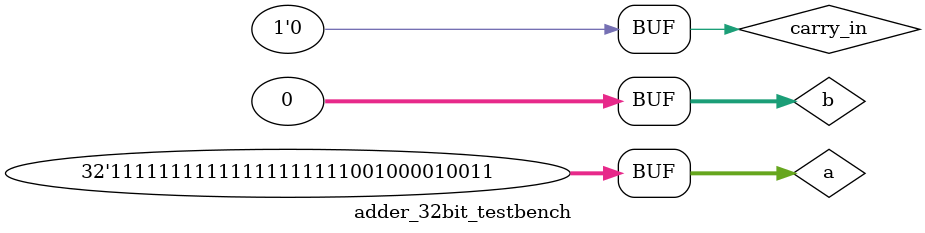
<source format=v>
module adder_32bit_testbench();
	reg signed [31:0] a;
	reg signed [31:0] b;
	wire signed [31:0] result;
	reg carry_in;
	wire carry_out;
	adder_32bit adder(result, carry_out, a, b, carry_in);
	initial begin
	a = 32'b00000000000000000000000000100101; b =32'b00000000000000000000000000111111; carry_in = 1'b0;
	#20;
	a = 32'b00000000000000000000000010011000; b =32'b00000000000000000000000000111111; carry_in = 1'b0;
	#20;
	a = 32'b11111111111111111111111111110110; b =32'b11111111111111111111111111101001; carry_in = 1'b0;
	#20;
	a = 32'b11111111111111111111001000010011; b =32'b00000000000000000000000000111111; carry_in = 1'b0;
	#20;
	a = 32'b00000000000000000000000000000000; b =32'b00000000000000000000000000000000; carry_in = 1'b0;
	#20;
	a = 32'b11111111111111111111001000010011; b =32'b00000000000000000000000000000000; carry_in = 1'b0;
	#20;
	end
	initial begin
	$monitor("time=%2d, a=%2d, b=%2d, carry_in=%1b, carry_out=%1b, result=%2d",$time,a,b,carry_in,carry_out,result);
	end
endmodule
</source>
